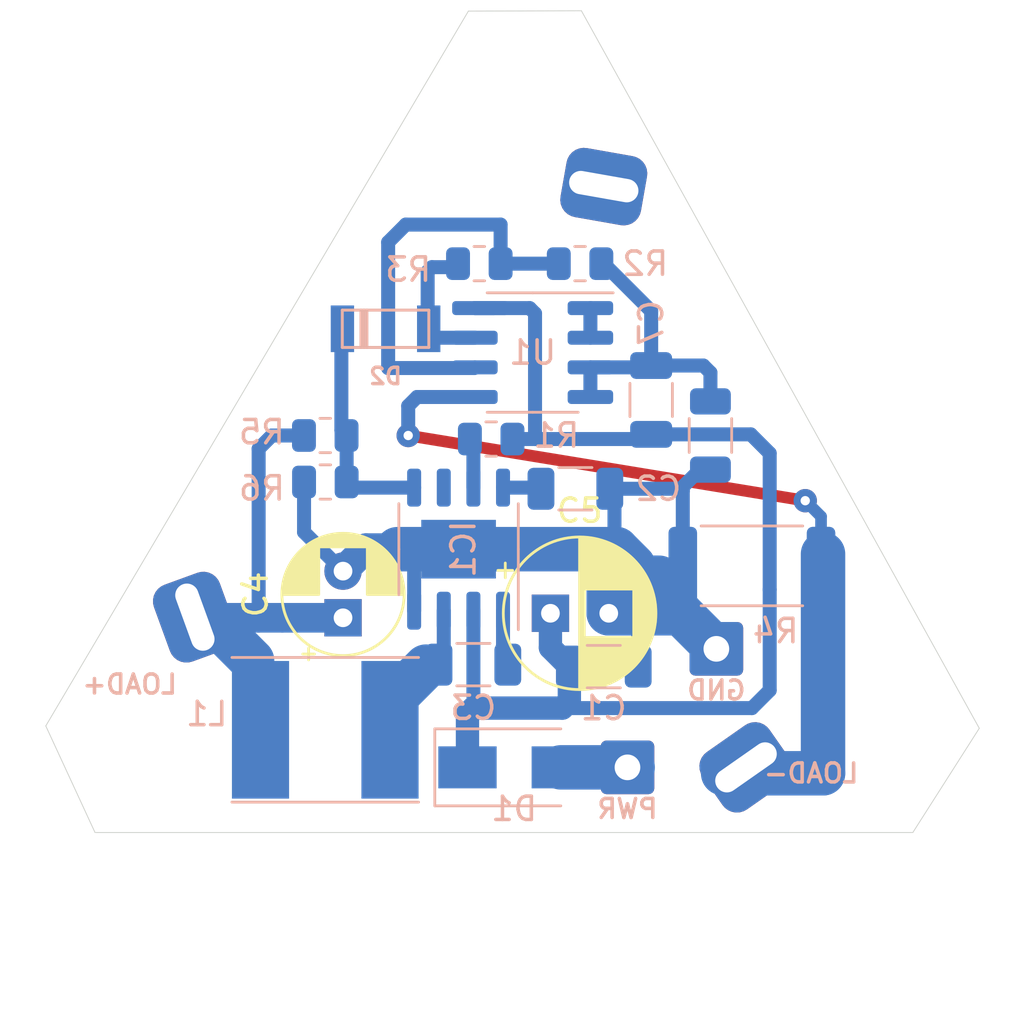
<source format=kicad_pcb>
(kicad_pcb (version 20211014) (generator pcbnew)
  (title_block (rev "1"))
  (layers (0 "F.Cu" signal "Front") (1 "In1.Cu" signal) (2 "In2.Cu" signal) (31 "B.Cu" signal "Back") (34 "B.Paste" user) (35 "F.Paste" user) (36 "B.SilkS" user "B.Silkscreen") (37 "F.SilkS" user "F.Silkscreen") (38 "B.Mask" user) (39 "F.Mask" user) (44 "Edge.Cuts" user))
  (net 0 "")
  (net 1 "V_IN")
  (net 2 "GND")
  (net 3 "Net-(C2-Pad1)")
  (net 4 "Net-(C3-Pad1)")
  (net 5 "Net-(C3-Pad2)")
  (net 7 "Net-(IC1-Pad7)")
  (net 8 "LOAD+")
  (net 9 "Feedback")
  (net 10 "PWR_IN")
  (net 11 "LOAD-")
  (net 12 "Net-(R2-Pad1)")
  (net 13 "Net-(U1-Pad1)")
  (net 15 "Net-(D2-Pad2)")
  (footprint "Capacitor_THT:CP_Radial_D5.0mm_P2.00mm" (layer "F.Cu") (at 138.684 132.527113 90)
    (fp_text reference "C4" (at 1 -3.75 90) (layer "F.SilkS"))
    (fp_text value "100uF")
    (fp_line (start 2.961 1.04) (end 2.961 1.699) (layer "F.SilkS") (width 0.12))
    (fp_line (start 2.561 -2.065) (end 2.561 -1.04) (layer "F.SilkS") (width 0.12))
    (fp_line (start 1.4 -2.55) (end 1.4 -1.04) (layer "F.SilkS") (width 0.12))
    (fp_line (start 3.521 -0.677) (end 3.521 0.677) (layer "F.SilkS") (width 0.12))
    (fp_line (start 1.921 -2.414) (end 1.921 -1.04) (layer "F.SilkS") (width 0.12))
    (fp_line (start 2.081 1.04) (end 2.081 2.348) (layer "F.SilkS") (width 0.12))
    (fp_line (start 1.801 1.04) (end 1.801 2.455) (layer "F.SilkS") (width 0.12))
    (fp_line (start 1.881 -2.428) (end 1.881 -1.04) (layer "F.SilkS") (width 0.12))
    (fp_line (start 2.921 1.04) (end 2.921 1.743) (layer "F.SilkS") (width 0.12))
    (fp_line (start 2.241 1.04) (end 2.241 2.268) (layer "F.SilkS") (width 0.12))
    (fp_line (start 1.761 -2.468) (end 1.761 -1.04) (layer "F.SilkS") (width 0.12))
    (fp_line (start 3.121 -1.5) (end 3.121 1.5) (layer "F.SilkS") (width 0.12))
    (fp_line (start 1.921 1.04) (end 1.921 2.414) (layer "F.SilkS") (width 0.12))
    (fp_line (start 1 1.04) (end 1 2.58) (layer "F.SilkS") (width 0.12))
    (fp_line (start 2.321 1.04) (end 2.321 2.224) (layer "F.SilkS") (width 0.12))
    (fp_line (start 2.721 1.04) (end 2.721 1.937) (layer "F.SilkS") (width 0.12))
    (fp_line (start 2.721 -1.937) (end 2.721 -1.04) (layer "F.SilkS") (width 0.12))
    (fp_line (start 1.841 1.04) (end 1.841 2.442) (layer "F.SilkS") (width 0.12))
    (fp_line (start 1.16 -2.576) (end 1.16 -1.04) (layer "F.SilkS") (width 0.12))
    (fp_line (start 1.881 1.04) (end 1.881 2.428) (layer "F.SilkS") (width 0.12))
    (fp_line (start 1.36 1.04) (end 1.36 2.556) (layer "F.SilkS") (width 0.12))
    (fp_line (start 3.081 -1.554) (end 3.081 1.554) (layer "F.SilkS") (width 0.12))
    (fp_line (start 2.481 -2.122) (end 2.481 -1.04) (layer "F.SilkS") (width 0.12))
    (fp_line (start 1 -2.58) (end 1 -1.04) (layer "F.SilkS") (width 0.12))
    (fp_line (start 1.24 1.04) (end 1.24 2.569) (layer "F.SilkS") (width 0.12))
    (fp_line (start 2.481 1.04) (end 2.481 2.122) (layer "F.SilkS") (width 0.12))
    (fp_line (start -1.804775 -1.475) (end -1.304775 -1.475) (layer "F.SilkS") (width 0.12))
    (fp_line (start 1.721 -2.48) (end 1.721 -1.04) (layer "F.SilkS") (width 0.12))
    (fp_line (start 2.761 -1.901) (end 2.761 -1.04) (layer "F.SilkS") (width 0.12))
    (fp_line (start -1.554775 -1.725) (end -1.554775 -1.225) (layer "F.SilkS") (width 0.12))
    (fp_line (start 1.52 1.04) (end 1.52 2.528) (layer "F.SilkS") (width 0.12))
    (fp_line (start 2.681 1.04) (end 2.681 1.971) (layer "F.SilkS") (width 0.12))
    (fp_line (start 1.32 1.04) (end 1.32 2.561) (layer "F.SilkS") (width 0.12))
    (fp_line (start 2.921 -1.743) (end 2.921 -1.04) (layer "F.SilkS") (width 0.12))
    (fp_line (start 2.281 -2.247) (end 2.281 -1.04) (layer "F.SilkS") (width 0.12))
    (fp_line (start 2.081 -2.348) (end 2.081 -1.04) (layer "F.SilkS") (width 0.12))
    (fp_line (start 2.841 -1.826) (end 2.841 -1.04) (layer "F.SilkS") (width 0.12))
    (fp_line (start 1.841 -2.442) (end 1.841 -1.04) (layer "F.SilkS") (width 0.12))
    (fp_line (start 2.041 1.04) (end 2.041 2.365) (layer "F.SilkS") (width 0.12))
    (fp_line (start 2.681 -1.971) (end 2.681 -1.04) (layer "F.SilkS") (width 0.12))
    (fp_line (start 1.44 -2.543) (end 1.44 -1.04) (layer "F.SilkS") (width 0.12))
    (fp_line (start 2.001 1.04) (end 2.001 2.382) (layer "F.SilkS") (width 0.12))
    (fp_line (start 3.441 -0.915) (end 3.441 0.915) (layer "F.SilkS") (width 0.12))
    (fp_line (start 2.441 -2.149) (end 2.441 -1.04) (layer "F.SilkS") (width 0.12))
    (fp_line (start 1.28 1.04) (end 1.28 2.565) (layer "F.SilkS") (width 0.12))
    (fp_line (start 2.801 -1.864) (end 2.801 -1.04) (layer "F.SilkS") (width 0.12))
    (fp_line (start 2.601 1.04) (end 2.601 2.035) (layer "F.SilkS") (width 0.12))
    (fp_line (start 1.64 1.04) (end 1.64 2.501) (layer "F.SilkS") (width 0.12))
    (fp_line (start 1.2 -2.573) (end 1.2 -1.04) (layer "F.SilkS") (width 0.12))
    (fp_line (start 2.361 -2.2) (end 2.361 -1.04) (layer "F.SilkS") (width 0.12))
    (fp_line (start 2.001 -2.382) (end 2.001 -1.04) (layer "F.SilkS") (width 0.12))
    (fp_line (start 1.64 -2.501) (end 1.64 -1.04) (layer "F.SilkS") (width 0.12))
    (fp_line (start 3.561 -0.518) (end 3.561 0.518) (layer "F.SilkS") (width 0.12))
    (fp_line (start 3.001 -1.653) (end 3.001 -1.04) (layer "F.SilkS") (width 0.12))
    (fp_line (start 1.16 1.04) (end 1.16 2.576) (layer "F.SilkS") (width 0.12))
    (fp_line (start 2.361 1.04) (end 2.361 2.2) (layer "F.SilkS") (width 0.12))
    (fp_line (start 1.6 -2.511) (end 1.6 -1.04) (layer "F.SilkS") (width 0.12))
    (fp_line (start 3.321 -1.178) (end 3.321 1.178) (layer "F.SilkS") (width 0.12))
    (fp_line (start 2.601 -2.035) (end 2.601 -1.04) (layer "F.SilkS") (width 0.12))
    (fp_line (start 3.281 -1.251) (end 3.281 1.251) (layer "F.SilkS") (width 0.12))
    (fp_line (start 2.801 1.04) (end 2.801 1.864) (layer "F.SilkS") (width 0.12))
    (fp_line (start 2.201 1.04) (end 2.201 2.29) (layer "F.SilkS") (width 0.12))
    (fp_line (start 2.881 -1.785) (end 2.881 -1.04) (layer "F.SilkS") (width 0.12))
    (fp_line (start 1.56 -2.52) (end 1.56 -1.04) (layer "F.SilkS") (width 0.12))
    (fp_line (start 3.401 -1.011) (end 3.401 1.011) (layer "F.SilkS") (width 0.12))
    (fp_line (start 2.201 -2.29) (end 2.201 -1.04) (layer "F.SilkS") (width 0.12))
    (fp_line (start 2.761 1.04) (end 2.761 1.901) (layer "F.SilkS") (width 0.12))
    (fp_line (start 1.08 1.04) (end 1.08 2.579) (layer "F.SilkS") (width 0.12))
    (fp_line (start 3.601 -0.284) (end 3.601 0.284) (layer "F.SilkS") (width 0.12))
    (fp_line (start 2.161 1.04) (end 2.161 2.31) (layer "F.SilkS") (width 0.12))
    (fp_line (start 1.08 -2.579) (end 1.08 -1.04) (layer "F.SilkS") (width 0.12))
    (fp_line (start 1.04 1.04) (end 1.04 2.58) (layer "F.SilkS") (width 0.12))
    (fp_line (start 1.801 -2.455) (end 1.801 -1.04) (layer "F.SilkS") (width 0.12))
    (fp_line (start 1.04 -2.58) (end 1.04 -1.04) (layer "F.SilkS") (width 0.12))
    (fp_line (start 1.961 1.04) (end 1.961 2.398) (layer "F.SilkS") (width 0.12))
    (fp_line (start 1.961 -2.398) (end 1.961 -1.04) (layer "F.SilkS") (width 0.12))
    (fp_line (start 3.161 -1.443) (end 3.161 1.443) (layer "F.SilkS") (width 0.12))
    (fp_line (start 1.32 -2.561) (end 1.32 -1.04) (layer "F.SilkS") (width 0.12))
    (fp_line (start 1.28 -2.565) (end 1.28 -1.04) (layer "F.SilkS") (width 0.12))
    (fp_line (start 1.68 -2.491) (end 1.68 -1.04) (layer "F.SilkS") (width 0.12))
    (fp_line (start 1.52 -2.528) (end 1.52 -1.04) (layer "F.SilkS") (width 0.12))
    (fp_line (start 2.441 1.04) (end 2.441 2.149) (layer "F.SilkS") (width 0.12))
    (fp_line (start 3.361 -1.098) (end 3.361 1.098) (layer "F.SilkS") (width 0.12))
    (fp_line (start 2.241 -2.268) (end 2.241 -1.04) (layer "F.SilkS") (width 0.12))
    (fp_line (start 2.521 1.04) (end 2.521 2.095) (layer "F.SilkS") (width 0.12))
    (fp_line (start 2.641 -2.004) (end 2.641 -1.04) (layer "F.SilkS") (width 0.12))
    (fp_line (start 2.561 1.04) (end 2.561 2.065) (layer "F.SilkS") (width 0.12))
    (fp_line (start 1.4 1.04) (end 1.4 2.55) (layer "F.SilkS") (width 0.12))
    (fp_line (start 1.2 1.04) (end 1.2 2.573) (layer "F.SilkS") (width 0.12))
    (fp_line (start 1.6 1.04) (end 1.6 2.511) (layer "F.SilkS") (width 0.12))
    (fp_line (start 2.041 -2.365) (end 2.041 -1.04) (layer "F.SilkS") (width 0.12))
    (fp_line (start 2.161 -2.31) (end 2.161 -1.04) (layer "F.SilkS") (width 0.12))
    (fp_line (start 2.281 1.04) (end 2.281 2.247) (layer "F.SilkS") (width 0.12))
    (fp_line (start 2.641 1.04) (end 2.641 2.004) (layer "F.SilkS") (width 0.12))
    (fp_line (start 1.48 1.04) (end 1.48 2.536) (layer "F.SilkS") (width 0.12))
    (fp_line (start 3.041 -1.605) (end 3.041 1.605) (layer "F.SilkS") (width 0.12))
    (fp_line (start 2.121 1.04) (end 2.121 2.329) (layer "F.SilkS") (width 0.12))
    (fp_line (start 1.68 1.04) (end 1.68 2.491) (layer "F.SilkS") (width 0.12))
    (fp_line (start 3.001 1.04) (end 3.001 1.653) (layer "F.SilkS") (width 0.12))
    (fp_line (start 1.24 -2.569) (end 1.24 -1.04) (layer "F.SilkS") (width 0.12))
    (fp_line (start 1.12 1.04) (end 1.12 2.578) (layer "F.SilkS") (width 0.12))
    (fp_line (start 2.841 1.04) (end 2.841 1.826) (layer "F.SilkS") (width 0.12))
    (fp_line (start 1.36 -2.556) (end 1.36 -1.04) (layer "F.SilkS") (width 0.12))
    (fp_line (start 2.401 -2.175) (end 2.401 -1.04) (layer "F.SilkS") (width 0.12))
    (fp_line (start 3.241 -1.319) (end 3.241 1.319) (layer "F.SilkS") (width 0.12))
    (fp_line (start 1.44 1.04) (end 1.44 2.543) (layer "F.SilkS") (width 0.12))
    (fp_line (start 2.961 -1.699) (end 2.961 -1.04) (layer "F.SilkS") (width 0.12))
    (fp_line (start 1.761 1.04) (end 1.761 2.468) (layer "F.SilkS") (width 0.12))
    (fp_line (start 1.721 1.04) (end 1.721 2.48) (layer "F.SilkS") (width 0.12))
    (fp_line (start 1.12 -2.578) (end 1.12 -1.04) (layer "F.SilkS") (width 0.12))
    (fp_line (start 1.48 -2.536) (end 1.48 -1.04) (layer "F.SilkS") (width 0.12))
    (fp_line (start 2.521 -2.095) (end 2.521 -1.04) (layer "F.SilkS") (width 0.12))
    (fp_line (start 3.481 -0.805) (end 3.481 0.805) (layer "F.SilkS") (width 0.12))
    (fp_line (start 2.881 1.04) (end 2.881 1.785) (layer "F.SilkS") (width 0.12))
    (fp_line (start 2.401 1.04) (end 2.401 2.175) (layer "F.SilkS") (width 0.12))
    (fp_line (start 1.56 1.04) (end 1.56 2.52) (layer "F.SilkS") (width 0.12))
    (fp_line (start 2.121 -2.329) (end 2.121 -1.04) (layer "F.SilkS") (width 0.12))
    (fp_line (start 3.201 -1.383) (end 3.201 1.383) (layer "F.SilkS") (width 0.12))
    (fp_line (start 2.321 -2.224) (end 2.321 -1.04) (layer "F.SilkS") (width 0.12))
    (fp_circle (center 1 0) (end 3.62 0) (layer "F.SilkS") (width 0.12) (fill none))
    (pad "1" thru_hole rect locked (at 0 0 90) (size 1.6 1.6) (drill 0.8) (layers *.Cu *.Mask) (net 8 "LOAD+"))
    (pad "2" thru_hole circle locked (at 2 0 90) (size 1.6 1.6) (drill 0.8) (layers *.Cu *.Mask) (net 2 "GND"))
  )
  (footprint "Connector_Wire:SolderWire-0.5sqmm_1x01_D0.9mm_OD2.3mm" (layer "F.Cu") (at 150.876 138.938 180)
    (fp_text reference "J1" hide)
    (fp_text value "LOAD+" hide)
    (pad "1" thru_hole roundrect locked (at 0 0 180) (size 2.3 2.3) (drill 1.1) (layers *.Cu *.Mask) (roundrect_rratio 0.108696) (net 10 "PWR_IN"))
  )
  (footprint "!my-kicad-library:SolderWire-slot" (layer "F.Cu") (at 149.86 114.046)
    (fp_text reference "J5" hide)
    (fp_text value "support" hide)
    (pad "1" thru_hole roundrect (at 0 0 80) (size 3 3.5) (drill oval 1 3) (layers *.Cu *.Mask))
  )
  (footprint "Capacitor_THT:CP_Radial_D6.3mm_P2.50mm" (layer "F.Cu") (at 147.574 132.334)
    (fp_text reference "C5" (at 1.25 -4.4) (layer "F.SilkS"))
    (fp_text value "100uF")
    (fp_line (start 3.211 1.04) (end 3.211 2.578) (layer "F.SilkS") (width 0.12))
    (fp_line (start 2.331 -3.047) (end 2.331 -1.04) (layer "F.SilkS") (width 0.12))
    (fp_line (start 2.291 -3.061) (end 2.291 -1.04) (layer "F.SilkS") (width 0.12))
    (fp_line (start 3.491 -2.343) (end 3.491 -1.04) (layer "F.SilkS") (width 0.12))
    (fp_line (start 2.971 -2.742) (end 2.971 -1.04) (layer "F.SilkS") (width 0.12))
    (fp_line (start 4.291 -1.165) (end 4.291 1.165) (layer "F.SilkS") (width 0.12))
    (fp_line (start 1.971 1.04) (end 1.971 3.15) (layer "F.SilkS") (width 0.12))
    (fp_line (start 1.93 1.04) (end 1.93 3.159) (layer "F.SilkS") (width 0.12))
    (fp_line (start 3.811 -1.995) (end 3.811 1.995) (layer "F.SilkS") (width 0.12))
    (fp_line (start 4.091 -1.581) (end 4.091 1.581) (layer "F.SilkS") (width 0.12))
    (fp_line (start 1.53 -3.218) (end 1.53 -1.04) (layer "F.SilkS") (width 0.12))
    (fp_line (start 2.211 1.04) (end 2.211 3.086) (layer "F.SilkS") (width 0.12))
    (fp_line (start 3.771 -2.044) (end 3.771 2.044) (layer "F.SilkS") (width 0.12))
    (fp_line (start 4.051 -1.65) (end 4.051 1.65) (layer "F.SilkS") (width 0.12))
    (fp_line (start 4.451 -0.633) (end 4.451 0.633) (layer "F.SilkS") (width 0.12))
    (fp_line (start 1.69 1.04) (end 1.69 3.201) (layer "F.SilkS") (width 0.12))
    (fp_line (start 2.771 -2.856) (end 2.771 -1.04) (layer "F.SilkS") (width 0.12))
    (fp_line (start 2.571 -2.952) (end 2.571 -1.04) (layer "F.SilkS") (width 0.12))
    (fp_line (start 2.691 -2.896) (end 2.691 -1.04) (layer "F.SilkS") (width 0.12))
    (fp_line (start 3.411 1.04) (end 3.411 2.416) (layer "F.SilkS") (width 0.12))
    (fp_line (start 2.411 1.04) (end 2.411 3.018) (layer "F.SilkS") (width 0.12))
    (fp_line (start 1.77 1.04) (end 1.77 3.189) (layer "F.SilkS") (width 0.12))
    (fp_line (start 2.971 1.04) (end 2.971 2.742) (layer "F.SilkS") (width 0.12))
    (fp_line (start 2.011 -3.141) (end 2.011 -1.04) (layer "F.SilkS") (width 0.12))
    (fp_line (start 1.85 1.04) (end 1.85 3.175) (layer "F.SilkS") (width 0.12))
    (fp_line (start 2.651 1.04) (end 2.651 2.916) (layer "F.SilkS") (width 0.12))
    (fp_line (start 3.251 1.04) (end 3.251 2.548) (layer "F.SilkS") (width 0.12))
    (fp_line (start 2.211 -3.086) (end 2.211 -1.04) (layer "F.SilkS") (width 0.12))
    (fp_line (start 2.171 -3.098) (end 2.171 -1.04) (layer "F.SilkS") (width 0.12))
    (fp_line (start 4.131 -1.509) (end 4.131 1.509) (layer "F.SilkS") (width 0.12))
    (fp_line (start 1.41 -3.227) (end 1.41 3.227) (layer "F.SilkS") (width 0.12))
    (fp_line (start 3.171 1.04) (end 3.171 2.607) (layer "F.SilkS") (width 0.12))
    (fp_line (start 1.93 -3.159) (end 1.93 -1.04) (layer "F.SilkS") (width 0.12))
    (fp_line (start 1.85 -3.175) (end 1.85 -1.04) (layer "F.SilkS") (width 0.12))
    (fp_line (start 2.611 1.04) (end 2.611 2.934) (layer "F.SilkS") (width 0.12))
    (fp_line (start 2.251 -3.074) (end 2.251 -1.04) (layer "F.SilkS") (width 0.12))
    (fp_line (start 4.371 -0.94) (end 4.371 0.94) (layer "F.SilkS") (width 0.12))
    (fp_line (start 2.931 1.04) (end 2.931 2.766) (layer "F.SilkS") (width 0.12))
    (fp_line (start 3.011 -2.716) (end 3.011 -1.04) (layer "F.SilkS") (width 0.12))
    (fp_line (start 2.691 1.04) (end 2.691 2.896) (layer "F.SilkS") (width 0.12))
    (fp_line (start 2.771 1.04) (end 2.771 2.856) (layer "F.SilkS") (width 0.12))
    (fp_line (start 2.371 -3.033) (end 2.371 -1.04) (layer "F.SilkS") (width 0.12))
    (fp_line (start 2.731 -2.876) (end 2.731 -1.04) (layer "F.SilkS") (width 0.12))
    (fp_line (start 2.851 -2.812) (end 2.851 -1.04) (layer "F.SilkS") (width 0.12))
    (fp_line (start 2.891 -2.79) (end 2.891 -1.04) (layer "F.SilkS") (width 0.12))
    (fp_line (start 1.37 -3.228) (end 1.37 3.228) (layer "F.SilkS") (width 0.12))
    (fp_line (start 1.89 -3.167) (end 1.89 -1.04) (layer "F.SilkS") (width 0.12))
    (fp_line (start 2.491 -2.986) (end 2.491 -1.04) (layer "F.SilkS") (width 0.12))
    (fp_line (start 3.731 -2.092) (end 3.731 2.092) (layer "F.SilkS") (width 0.12))
    (fp_line (start 3.331 1.04) (end 3.331 2.484) (layer "F.SilkS") (width 0.12))
    (fp_line (start 2.611 -2.934) (end 2.611 -1.04) (layer "F.SilkS") (width 0.12))
    (fp_line (start 1.29 -3.23) (end 1.29 3.23) (layer "F.SilkS") (width 0.12))
    (fp_line (start 2.931 -2.766) (end 2.931 -1.04) (layer "F.SilkS") (width 0.12))
    (fp_line (start 4.331 -1.059) (end 4.331 1.059) (layer "F.SilkS") (width 0.12))
    (fp_line (start 3.411 -2.416) (end 3.411 -1.04) (layer "F.SilkS") (width 0.12))
    (fp_line (start 3.571 -2.265) (end 3.571 2.265) (layer "F.SilkS") (width 0.12))
    (fp_line (start 2.571 1.04) (end 2.571 2.952) (layer "F.SilkS") (width 0.12))
    (fp_line (start 1.81 1.04) (end 1.81 3.182) (layer "F.SilkS") (width 0.12))
    (fp_line (start 4.491 -0.402) (end 4.491 0.402) (layer "F.SilkS") (width 0.12))
    (fp_line (start 3.291 1.04) (end 3.291 2.516) (layer "F.SilkS") (width 0.12))
    (fp_line (start 2.451 1.04) (end 2.451 3.002) (layer "F.SilkS") (width 0.12))
    (fp_line (start -1.935241 -2.154) (end -1.935241 -1.524) (layer "F.SilkS") (width 0.12))
    (fp_line (start 1.69 -3.201) (end 1.69 -1.04) (layer "F.SilkS") (width 0.12))
    (fp_line (start 3.331 -2.484) (end 3.331 -1.04) (layer "F.SilkS") (width 0.12))
    (fp_line (start 2.331 1.04) (end 2.331 3.047) (layer "F.SilkS") (width 0.12))
    (fp_line (start 3.971 -1.776) (end 3.971 1.776) (layer "F.SilkS") (width 0.12))
    (fp_line (start 1.73 -3.195) (end 1.73 -1.04) (layer "F.SilkS") (width 0.12))
    (fp_line (start 1.53 1.04) (end 1.53 3.218) (layer "F.SilkS") (width 0.12))
    (fp_line (start 2.531 -2.97) (end 2.531 -1.04) (layer "F.SilkS") (width 0.12))
    (fp_line (start 1.57 1.04) (end 1.57 3.215) (layer "F.SilkS") (width 0.12))
    (fp_line (start 3.171 -2.607) (end 3.171 -1.04) (layer "F.SilkS") (width 0.12))
    (fp_line (start 2.371 1.04) (end 2.371 3.033) (layer "F.SilkS") (width 0.12))
    (fp_line (start 3.051 -2.69) (end 3.051 -1.04) (layer "F.SilkS") (width 0.12))
    (fp_line (start 2.171 1.04) (end 2.171 3.098) (layer "F.SilkS") (width 0.12))
    (fp_line (start 4.171 -1.432) (end 4.171 1.432) (layer "F.SilkS") (width 0.12))
    (fp_line (start 1.81 -3.182) (end 1.81 -1.04) (layer "F.SilkS") (width 0.12))
    (fp_line (start 1.77 -3.189) (end 1.77 -1.04) (layer "F.SilkS") (width 0.12))
    (fp_line (start 3.211 -2.578) (end 3.211 -1.04) (layer "F.SilkS") (width 0.12))
    (fp_line (start 2.851 1.04) (end 2.851 2.812) (layer "F.SilkS") (width 0.12))
    (fp_line (start 2.291 1.04) (end 2.291 3.061) (layer "F.SilkS") (width 0.12))
    (fp_line (start 3.531 -2.305) (end 3.531 -1.04) (layer "F.SilkS") (width 0.12))
    (fp_line (start 3.851 -1.944) (end 3.851 1.944) (layer "F.SilkS") (width 0.12))
    (fp_line (start 1.49 -3.222) (end 1.49 -1.04) (layer "F.SilkS") (width 0.12))
    (fp_line (start 3.011 1.04) (end 3.011 2.716) (layer "F.SilkS") (width 0.12))
    (fp_line (start 3.451 -2.38) (end 3.451 -1.04) (layer "F.SilkS") (width 0.12))
    (fp_line (start 2.811 -2.834) (end 2.811 -1.04) (layer "F.SilkS") (width 0.12))
    (fp_line (start 2.531 1.04) (end 2.531 2.97) (layer "F.SilkS") (width 0.12))
    (fp_line (start 3.691 -2.137) (end 3.691 2.137) (layer "F.SilkS") (width 0.12))
    (fp_line (start 2.411 -3.018) (end 2.411 -1.04) (layer "F.SilkS") (width 0.12))
    (fp_line (start 1.65 -3.206) (end 1.65 -1.04) (layer "F.SilkS") (width 0.12))
    (fp_line (start 3.451 1.04) (end 3.451 2.38) (layer "F.SilkS") (width 0.12))
    (fp_line (start 1.65 1.04) (end 1.65 3.206) (layer "F.SilkS") (width 0.12))
    (fp_line (start 1.971 -3.15) (end 1.971 -1.04) (layer "F.SilkS") (width 0.12))
    (fp_line (start 3.051 1.04) (end 3.051 2.69) (layer "F.SilkS") (width 0.12))
    (fp_line (start -2.250241 -1.839) (end -1.620241 -1.839) (layer "F.SilkS") (width 0.12))
    (fp_line (start 3.531 1.04) (end 3.531 2.305) (layer "F.SilkS") (width 0.12))
    (fp_line (start 3.371 1.04) (end 3.371 2.45) (layer "F.SilkS") (width 0.12))
    (fp_line (start 2.131 1.04) (end 2.131 3.11) (layer "F.SilkS") (width 0.12))
    (fp_line (start 2.131 -3.11) (end 2.131 -1.04) (layer "F.SilkS") (width 0.12))
    (fp_line (start 1.45 -3.224) (end 1.45 3.224) (layer "F.SilkS") (width 0.12))
    (fp_line (start 2.651 -2.916) (end 2.651 -1.04) (layer "F.SilkS") (width 0.12))
    (fp_line (start 3.131 -2.636) (end 3.131 -1.04) (layer "F.SilkS") (width 0.12))
    (fp_line (start 2.451 -3.002) (end 2.451 -1.04) (layer "F.SilkS") (width 0.12))
    (fp_line (start 3.131 1.04) (end 3.131 2.636) (layer "F.SilkS") (width 0.12))
    (fp_line (start 1.33 -3.23) (end 1.33 3.23) (layer "F.SilkS") (width 0.12))
    (fp_line (start 1.25 -3.23) (end 1.25 3.23) (layer "F.SilkS") (width 0.12))
    (fp_line (start 2.091 -3.121) (end 2.091 -1.04) (layer "F.SilkS") (width 0.12))
    (fp_line (start 2.251 1.04) (end 2.251 3.074) (layer "F.SilkS") (width 0.12))
    (fp_line (start 2.731 1.04) (end 2.731 2.876) (layer "F.SilkS") (width 0.12))
    (fp_line (start 3.251 -2.548) (end 3.251 -1.04) (layer "F.SilkS") (width 0.12))
    (fp_line (start 2.051 -3.131) (end 2.051 -1.04) (layer "F.SilkS") (width 0.12))
    (fp_line (start 2.011 1.04) (end 2.011 3.141) (layer "F.SilkS") (width 0.12))
    (fp_line (start 2.891 1.04) (end 2.891 2.79) (layer "F.SilkS") (width 0.12))
    (fp_line (start 2.051 1.04) (end 2.051 3.131) (layer "F.SilkS") (width 0.12))
    (fp_line (start 1.73 1.04) (end 1.73 3.195) (layer "F.SilkS") (width 0.12))
    (fp_line (start 1.61 1.04) (end 1.61 3.211) (layer "F.SilkS") (width 0.12))
    (fp_line (start 3.491 1.04) (end 3.491 2.343) (layer "F.SilkS") (width 0.12))
    (fp_line (start 1.61 -3.211) (end 1.61 -1.04) (layer "F.SilkS") (width 0.12))
    (fp_line (start 2.811 1.04) (end 2.811 2.834) (layer "F.SilkS") (width 0.12))
    (fp_line (start 1.49 1.04) (end 1.49 3.222) (layer "F.SilkS") (width 0.12))
    (fp_line (start 3.611 -2.224) (end 3.611 2.224) (layer "F.SilkS") (width 0.12))
    (fp_line (start 3.891 -1.89) (end 3.891 1.89) (layer "F.SilkS") (width 0.12))
    (fp_line (start 3.931 -1.834) (end 3.931 1.834) (layer "F.SilkS") (width 0.12))
    (fp_line (start 4.411 -0.802) (end 4.411 0.802) (layer "F.SilkS") (width 0.12))
    (fp_line (start 3.371 -2.45) (end 3.371 -1.04) (layer "F.SilkS") (width 0.12))
    (fp_line (start 1.57 -3.215) (end 1.57 -1.04) (layer "F.SilkS") (width 0.12))
    (fp_line (start 4.011 -1.714) (end 4.011 1.714) (layer "F.SilkS") (width 0.12))
    (fp_line (start 3.291 -2.516) (end 3.291 -1.04) (layer "F.SilkS") (width 0.12))
    (fp_line (start 2.091 1.04) (end 2.091 3.121) (layer "F.SilkS") (width 0.12))
    (fp_line (start 2.491 1.04) (end 2.491 2.986) (layer "F.SilkS") (width 0.12))
    (fp_line (start 3.091 -2.664) (end 3.091 -1.04) (layer "F.SilkS") (width 0.12))
    (fp_line (start 4.211 -1.35) (end 4.211 1.35) (layer "F.SilkS") (width 0.12))
    (fp_line (start 3.091 1.04) (end 3.091 2.664) (layer "F.SilkS") (width 0.12))
    (fp_line (start 4.251 -1.262) (end 4.251 1.262) (layer "F.SilkS") (width 0.12))
    (fp_line (start 3.651 -2.182) (end 3.651 2.182) (layer "F.SilkS") (width 0.12))
    (fp_line (start 1.89 1.04) (end 1.89 3.167) (layer "F.SilkS") (width 0.12))
    (fp_circle (center 1.25 0) (end 4.52 0) (layer "F.SilkS") (width 0.12) (fill none))
    (pad "1" thru_hole rect locked (at 0 0) (size 1.6 1.6) (drill 0.8) (layers *.Cu *.Mask) (net 1 "V_IN"))
    (pad "2" thru_hole circle locked (at 2.5 0) (size 1.6 1.6) (drill 0.8) (layers *.Cu *.Mask) (net 2 "GND"))
  )
  (footprint "!my-kicad-library:SolderWire-slot" (layer "B.Cu") (at 155.956 138.938 180)
    (fp_text reference "J4" hide)
    (fp_text value "LOAD-" hide)
    (pad "1" thru_hole roundrect (at 0 0 125) (size 3 3.5) (drill oval 1 3) (layers *.Cu *.Mask) (net 11 "LOAD-"))
  )
  (footprint "MountingHole:MountingHole_2.2mm_M2" (layer "B.Cu") (at 131.318 137.922 180)
    (fp_text reference "H3" hide)
    (fp_text value "MountingHole" hide)
    (pad "" np_thru_hole circle locked (at 0 0 180) (size 2.2 2.2) (drill 2.2) (layers *.Cu *.Mask))
  )
  (footprint "Capacitor_SMD:C_1206_3216Metric" (layer "B.Cu") (at 148.643463 126.997151)
    (fp_text reference "C2" (at 3.556 0) (layer "B.SilkS") (effects (justify mirror)))
    (fp_text value "100nF")
    (fp_line (start -0.711252 0.91) (end 0.711252 0.91) (layer "B.SilkS") (width 0.12))
    (fp_line (start -0.711252 -0.91) (end 0.711252 -0.91) (layer "B.SilkS") (width 0.12))
    (pad "1" smd roundrect locked (at -1.475 0) (size 1.15 1.8) (layers "B.Cu" "B.Paste" "B.Mask") (roundrect_rratio 0.217391) (net 3 "Net-(C2-Pad1)"))
    (pad "2" smd roundrect locked (at 1.475 0) (size 1.15 1.8) (layers "B.Cu" "B.Paste" "B.Mask") (roundrect_rratio 0.217391) (net 2 "GND"))
  )
  (footprint "MountingHole:MountingHole_2.2mm_M2" (layer "B.Cu") (at 145.288 109.982 180)
    (fp_text reference "H2" hide)
    (fp_text value "MountingHole" hide)
    (pad "" np_thru_hole circle locked (at 0 0 180) (size 2.2 2.2) (drill 2.2) (layers *.Cu *.Mask))
  )
  (footprint "Package_SO:SOIC-8-1EP_3.9x4.9mm_P1.27mm_EP2.514x3.2mm" (layer "B.Cu") (at 143.637 129.58575 90)
    (fp_text reference "IC1" (at 0 0.204 90) (layer "B.SilkS") (effects (justify mirror)))
    (fp_text value "FR9888SPGTR" hide)
    (fp_line (start 0 2.56) (end 1.95 2.56) (layer "B.SilkS") (width 0.12))
    (fp_line (start 0 -2.56) (end -1.95 -2.56) (layer "B.SilkS") (width 0.12))
    (fp_line (start 0 -2.56) (end 1.95 -2.56) (layer "B.SilkS") (width 0.12))
    (fp_line (start 0 2.56) (end -3.45 2.56) (layer "B.SilkS") (width 0.12))
    (pad "1" smd roundrect locked (at -2.6375 1.905 90) (size 1.625 0.6) (layers "B.Cu" "B.Paste" "B.Mask") (net 5 "Net-(C3-Pad2)"))
    (pad "2" smd roundrect locked (at -2.6375 0.635 90) (size 1.625 0.6) (layers "B.Cu" "B.Paste" "B.Mask") (net 1 "V_IN"))
    (pad "3" smd roundrect locked (at -2.6375 -0.635 90) (size 1.625 0.6) (layers "B.Cu" "B.Paste" "B.Mask") (net 4 "Net-(C3-Pad1)"))
    (pad "4" smd roundrect locked (at -2.6375 -1.905 90) (size 1.625 0.6) (layers "B.Cu" "B.Paste" "B.Mask") (net 2 "GND"))
    (pad "5" smd roundrect locked (at 2.6375 -1.905 90) (size 1.625 0.6) (layers "B.Cu" "B.Paste" "B.Mask") (net 9 "Feedback"))
    (pad "6" smd roundrect locked (at 2.6375 -0.635 90) (size 1.625 0.6) (layers "B.Cu" "B.Paste" "B.Mask"))
    (pad "7" smd roundrect locked (at 2.6375 0.635 90) (size 1.625 0.6) (layers "B.Cu" "B.Paste" "B.Mask") (net 7 "Net-(IC1-Pad7)"))
    (pad "8" smd roundrect locked (at 2.6375 1.905 90) (size 1.625 0.6) (layers "B.Cu" "B.Paste" "B.Mask") (net 3 "Net-(C2-Pad1)"))
    (pad "9" smd rect locked (at 0 0 90) (size 2.514 3.2) (layers "B.Cu" "B.Mask"))
  )
  (footprint "MountingHole:MountingHole_2.2mm_M2" (layer "B.Cu") (at 162.56 136.144 180)
    (fp_text reference "H1" hide)
    (fp_text value "MountingHole" hide)
    (pad "" np_thru_hole circle locked (at 0 0 180) (size 2.2 2.2) (drill 2.2) (layers *.Cu *.Mask))
  )
  (footprint "Capacitor_SMD:C_1206_3216Metric" (layer "B.Cu") (at 151.892 123.19 90)
    (fp_text reference "C7" (at 3.302 0 90) (layer "B.SilkS") (effects (justify mirror)))
    (fp_text value "100n")
    (fp_line (start -0.711252 -0.91) (end 0.711252 -0.91) (layer "B.SilkS") (width 0.12))
    (fp_line (start -0.711252 0.91) (end 0.711252 0.91) (layer "B.SilkS") (width 0.12))
    (pad "1" smd roundrect locked (at -1.475 0 90) (size 1.15 1.8) (layers "B.Cu" "B.Paste" "B.Mask") (roundrect_rratio 0.217391) (net 1 "V_IN"))
    (pad "2" smd roundrect locked (at 1.475 0 90) (size 1.15 1.8) (layers "B.Cu" "B.Paste" "B.Mask") (roundrect_rratio 0.217391) (net 2 "GND"))
  )
  (footprint "Resistor_SMD:R_0805_2012Metric" (layer "B.Cu") (at 137.922 124.714 180)
    (fp_text reference "R5" (at 2.719941 0.143488) (layer "B.SilkS") (effects (justify mirror)))
    (fp_text value "91k")
    (fp_line (start -0.227064 -0.735) (end 0.227064 -0.735) (layer "B.SilkS") (width 0.12))
    (fp_line (start -0.227064 0.735) (end 0.227064 0.735) (layer "B.SilkS") (width 0.12))
    (pad "1" smd roundrect locked (at -0.9125 0 180) (size 1.025 1.4) (layers "B.Cu" "B.Paste" "B.Mask") (roundrect_rratio 0.243902) (net 9 "Feedback"))
    (pad "2" smd roundrect locked (at 0.9125 0 180) (size 1.025 1.4) (layers "B.Cu" "B.Paste" "B.Mask") (roundrect_rratio 0.243902) (net 8 "LOAD+"))
  )
  (footprint "Diode_SMD:D_SMA" (layer "B.Cu") (at 146.018 138.938)
    (fp_text reference "D1" (at 0 1.778) (layer "B.SilkS") (effects (justify mirror)))
    (fp_text value "MBRA340T3G")
    (fp_line (start -3.4 1.65) (end -3.4 -1.65) (layer "B.SilkS") (width 0.12))
    (fp_line (start -3.4 1.65) (end 2 1.65) (layer "B.SilkS") (width 0.12))
    (fp_line (start -3.4 -1.65) (end 2 -1.65) (layer "B.SilkS") (width 0.12))
    (pad "1" smd rect locked (at -2 0) (size 2.5 1.8) (layers "B.Cu" "B.Paste" "B.Mask") (net 1 "V_IN"))
    (pad "2" smd rect locked (at 2 0) (size 2.5 1.8) (layers "B.Cu" "B.Paste" "B.Mask") (net 10 "PWR_IN"))
  )
  (footprint "Package_SO:SOIC-8_3.9x4.9mm_P1.27mm" (layer "B.Cu") (at 146.812 121.158 180)
    (fp_text reference "U1" (at 0 0) (layer "B.SilkS") (effects (justify mirror)))
    (fp_text value "LM358")
    (fp_line (start 0 -2.56) (end 1.95 -2.56) (layer "B.SilkS") (width 0.12))
    (fp_line (start 0 2.56) (end -3.45 2.56) (layer "B.SilkS") (width 0.12))
    (fp_line (start 0 2.56) (end 1.95 2.56) (layer "B.SilkS") (width 0.12))
    (fp_line (start 0 -2.56) (end -1.95 -2.56) (layer "B.SilkS") (width 0.12))
    (pad "1" smd roundrect locked (at -2.475 1.905 180) (size 1.95 0.6) (layers "B.Cu" "B.Paste" "B.Mask") (net 13 "Net-(U1-Pad1)"))
    (pad "2" smd roundrect locked (at -2.475 0.635 180) (size 1.95 0.6) (layers "B.Cu" "B.Paste" "B.Mask") (net 13 "Net-(U1-Pad1)"))
    (pad "3" smd roundrect locked (at -2.475 -0.635 180) (size 1.95 0.6) (layers "B.Cu" "B.Paste" "B.Mask") (net 2 "GND"))
    (pad "4" smd roundrect locked (at -2.475 -1.905 180) (size 1.95 0.6) (layers "B.Cu" "B.Paste" "B.Mask") (net 2 "GND"))
    (pad "5" smd roundrect locked (at 2.475 -1.905 180) (size 1.95 0.6) (layers "B.Cu" "B.Paste" "B.Mask") (net 11 "LOAD-"))
    (pad "6" smd roundrect locked (at 2.475 -0.635 180) (size 1.95 0.6) (layers "B.Cu" "B.Paste" "B.Mask") (net 12 "Net-(R2-Pad1)"))
    (pad "7" smd roundrect locked (at 2.475 0.635 180) (size 1.95 0.6) (layers "B.Cu" "B.Paste" "B.Mask") (net 15 "Net-(D2-Pad2)"))
    (pad "8" smd roundrect locked (at 2.475 1.905 180) (size 1.95 0.6) (layers "B.Cu" "B.Paste" "B.Mask") (net 1 "V_IN"))
  )
  (footprint "!my-kicad-library:SolderWire-slot" (layer "B.Cu") (at 132.334 132.5 180)
    (fp_text reference "J3" hide)
    (fp_text value "LOAD+" hide)
    (pad "1" thru_hole roundrect (at 0 0 20) (size 3 3.5) (drill oval 1 3) (layers *.Cu *.Mask) (net 8 "LOAD+"))
  )
  (footprint "Resistor_SMD:R_0805_2012Metric" (layer "B.Cu") (at 145.034 124.865616 180)
    (fp_text reference "R1" (at -2.794 0.151616) (layer "B.SilkS") (effects (justify mirror)))
    (fp_text value "100k")
    (fp_line (start -0.227064 -0.735) (end 0.227064 -0.735) (layer "B.SilkS") (width 0.12))
    (fp_line (start -0.227064 0.735) (end 0.227064 0.735) (layer "B.SilkS") (width 0.12))
    (pad "1" smd roundrect locked (at -0.9125 0 180) (size 1.025 1.4) (layers "B.Cu" "B.Paste" "B.Mask") (roundrect_rratio 0.243902) (net 1 "V_IN"))
    (pad "2" smd roundrect locked (at 0.9125 0 180) (size 1.025 1.4) (layers "B.Cu" "B.Paste" "B.Mask") (roundrect_rratio 0.243902) (net 7 "Net-(IC1-Pad7)"))
  )
  (footprint "Resistor_SMD:R_0805_2012Metric" (layer "B.Cu") (at 144.526 117.348 180)
    (fp_text reference "R3" (at 3.048 -0.254) (layer "B.SilkS") (effects (justify mirror)))
    (fp_text value "43k")
    (fp_line (start -0.227064 0.735) (end 0.227064 0.735) (layer "B.SilkS") (width 0.12))
    (fp_line (start -0.227064 -0.735) (end 0.227064 -0.735) (layer "B.SilkS") (width 0.12))
    (pad "1" smd roundrect locked (at -0.9125 0 180) (size 1.025 1.4) (layers "B.Cu" "B.Paste" "B.Mask") (roundrect_rratio 0.243902) (net 12 "Net-(R2-Pad1)"))
    (pad "2" smd roundrect locked (at 0.9125 0 180) (size 1.025 1.4) (layers "B.Cu" "B.Paste" "B.Mask") (roundrect_rratio 0.243902) (net 15 "Net-(D2-Pad2)"))
  )
  (footprint "Capacitor_SMD:C_1206_3216Metric" (layer "B.Cu") (at 149.86 134.62)
    (fp_text reference "C1" (at 0 1.778) (layer "B.SilkS") (effects (justify mirror)))
    (fp_text value "100n")
    (fp_line (start -0.711252 -0.91) (end 0.711252 -0.91) (layer "B.SilkS") (width 0.12))
    (fp_line (start -0.711252 0.91) (end 0.711252 0.91) (layer "B.SilkS") (width 0.12))
    (pad "1" smd roundrect locked (at -1.475 0) (size 1.15 1.8) (layers "B.Cu" "B.Paste" "B.Mask") (roundrect_rratio 0.217391) (net 1 "V_IN"))
    (pad "2" smd roundrect locked (at 1.475 0) (size 1.15 1.8) (layers "B.Cu" "B.Paste" "B.Mask") (roundrect_rratio 0.217391) (net 2 "GND"))
  )
  (footprint "Inductor_SMD:L_Taiyo-Yuden_NR-60xx_HandSoldering" (layer "B.Cu") (at 137.922 137.328 180)
    (fp_text reference "L1" (at 5.08 0.676) (layer "B.SilkS") (effects (justify mirror)))
    (fp_text value "100uH")
    (fp_line (start -4 -3.1) (end 4 -3.1) (layer "B.SilkS") (width 0.12))
    (fp_line (start -4 3.1) (end 4 3.1) (layer "B.SilkS") (width 0.12))
    (pad "1" smd rect locked (at -2.775 0 180) (size 2.45 5.9) (layers "B.Cu" "B.Paste" "B.Mask") (net 4 "Net-(C3-Pad1)"))
    (pad "2" smd rect locked (at 2.775 0 180) (size 2.45 5.9) (layers "B.Cu" "B.Paste" "B.Mask") (net 8 "LOAD+"))
  )
  (footprint "!my-kicad-library:D_4148_SMD" (layer "B.Cu") (at 140.506951 120.13963 180)
    (fp_text reference "D2" (at 0 -2.032) (layer "B.SilkS") (effects (font (size 0.70104 0.70104) (thickness 0.14986)) (justify mirror)))
    (fp_text value "1N4148" hide)
    (fp_line (start 0.9271 -0.8001) (end 0.9271 0.8001) (layer "B.SilkS") (width 0.127))
    (fp_line (start 0.8001 0.8001) (end 0.8001 -0.8001) (layer "B.SilkS") (width 0.127))
    (fp_line (start -1.8542 0.8001) (end -1.8542 -0.8001) (layer "B.SilkS") (width 0.127))
    (fp_line (start 1.8542 -0.8001) (end 1.8542 0.8001) (layer "B.SilkS") (width 0.127))
    (fp_line (start -1.8542 -0.8001) (end 1.8542 -0.8001) (layer "B.SilkS") (width 0.127))
    (fp_line (start 1.0541 0.8001) (end 1.0541 -0.8001) (layer "B.SilkS") (width 0.127))
    (fp_line (start 1.8542 0.8001) (end -1.8542 0.8001) (layer "B.SilkS") (width 0.127))
    (pad "1" smd rect (at 1.84912 0 180) (size 1.00076 1.99898) (layers "B.Cu" "B.Paste" "B.Mask") (net 9 "Feedback"))
    (pad "2" smd rect (at -1.84912 0 180) (size 1.00076 1.99898) (layers "B.Cu" "B.Paste" "B.Mask") (net 15 "Net-(D2-Pad2)"))
  )
  (footprint "Resistor_SMD:R_1206_3216Metric" (layer "B.Cu") (at 154.432 124.714 -90)
    (fp_text reference "REF**" hide)
    (fp_text value "R_1206_3216Metric")
    (fp_line (start -0.727064 0.91) (end 0.727064 0.91) (layer "B.SilkS") (width 0.12))
    (fp_line (start -0.727064 -0.91) (end 0.727064 -0.91) (layer "B.SilkS") (width 0.12))
    (pad "1" smd roundrect locked (at -1.4625 0 270) (size 1.125 1.75) (layers "B.Cu" "B.Paste" "B.Mask") (roundrect_rratio 0.222222) (net 2 "GND"))
    (pad "2" smd roundrect locked (at 1.4625 0 270) (size 1.125 1.75) (layers "B.Cu" "B.Paste" "B.Mask") (roundrect_rratio 0.222222) (net 2 "GND"))
  )
  (footprint "Capacitor_SMD:C_1206_3216Metric" (layer "B.Cu") (at 144.272 134.535603)
    (fp_text reference "C3" (at 0 1.85) (layer "B.SilkS") (effects (justify mirror)))
    (fp_text value "100nF")
    (fp_line (start -0.711252 0.91) (end 0.711252 0.91) (layer "B.SilkS") (width 0.12))
    (fp_line (start -0.711252 -0.91) (end 0.711252 -0.91) (layer "B.SilkS") (width 0.12))
    (pad "1" smd roundrect locked (at -1.475 0) (size 1.15 1.8) (layers "B.Cu" "B.Paste" "B.Mask") (roundrect_rratio 0.217391) (net 4 "Net-(C3-Pad1)"))
    (pad "2" smd roundrect locked (at 1.475 0) (size 1.15 1.8) (layers "B.Cu" "B.Paste" "B.Mask") (roundrect_rratio 0.217391) (net 5 "Net-(C3-Pad2)"))
  )
  (footprint "Resistor_SMD:R_2512_6332Metric" (layer "B.Cu") (at 156.21 130.302)
    (fp_text reference "R4" (at 1.016 2.794) (layer "B.SilkS") (effects (justify mirror)))
    (fp_text value "100m")
    (fp_line (start -2.177064 1.71) (end 2.177064 1.71) (layer "B.SilkS") (width 0.12))
    (fp_line (start -2.177064 -1.71) (end 2.177064 -1.71) (layer "B.SilkS") (width 0.12))
    (pad "1" smd roundrect locked (at -2.9625 0) (size 1.225 3.35) (layers "B.Cu" "B.Paste" "B.Mask") (roundrect_rratio 0.204082) (net 2 "GND"))
    (pad "2" smd roundrect locked (at 2.9625 0) (size 1.225 3.35) (layers "B.Cu" "B.Paste" "B.Mask") (roundrect_rratio 0.204082) (net 11 "LOAD-"))
  )
  (footprint "Resistor_SMD:R_0805_2012Metric" (layer "B.Cu") (at 137.925904 126.706628)
    (fp_text reference "R6" (at -2.719941 0.275135) (layer "B.SilkS") (effects (justify mirror)))
    (fp_text value "15k")
    (fp_line (start -0.227064 -0.735) (end 0.227064 -0.735) (layer "B.SilkS") (width 0.12))
    (fp_line (start -0.227064 0.735) (end 0.227064 0.735) (layer "B.SilkS") (width 0.12))
    (pad "1" smd roundrect locked (at -0.9125 0) (size 1.025 1.4) (layers "B.Cu" "B.Paste" "B.Mask") (roundrect_rratio 0.243902) (net 2 "GND"))
    (pad "2" smd roundrect locked (at 0.9125 0) (size 1.025 1.4) (layers "B.Cu" "B.Paste" "B.Mask") (roundrect_rratio 0.243902) (net 9 "Feedback"))
  )
  (footprint "Connector_Wire:SolderWire-0.5sqmm_1x01_D0.9mm_OD2.3mm" (layer "B.Cu") (at 154.686 133.858 180)
    (fp_text reference "J2" hide)
    (fp_text value "LOAD+")
    (pad "1" thru_hole roundrect locked (at 0 0 180) (size 2.3 2.3) (drill 1.1) (layers *.Cu *.Mask) (roundrect_rratio 0.108696) (net 2 "GND"))
  )
  (footprint "Resistor_SMD:R_0805_2012Metric" (layer "B.Cu") (at 148.844 117.348)
    (fp_text reference "R2" (at 2.794 0) (layer "B.SilkS") (effects (justify mirror)))
    (fp_text value "560")
    (fp_line (start -0.227064 0.735) (end 0.227064 0.735) (layer "B.SilkS") (width 0.12))
    (fp_line (start -0.227064 -0.735) (end 0.227064 -0.735) (layer "B.SilkS") (width 0.12))
    (pad "1" smd roundrect locked (at -0.9125 0) (size 1.025 1.4) (layers "B.Cu" "B.Paste" "B.Mask") (roundrect_rratio 0.243902) (net 12 "Net-(R2-Pad1)"))
    (pad "2" smd roundrect locked (at 0.9125 0) (size 1.025 1.4) (layers "B.Cu" "B.Paste" "B.Mask") (roundrect_rratio 0.243902) (net 2 "GND"))
  )
  (gr_line (start 125.943104 137.162435) (end 128.054301 141.732) (layer "Edge.Cuts") (width 0.0381))
  (gr_line (start 163.106301 141.732) (end 128.054301 141.732) (layer "Edge.Cuts") (width 0.0381))
  (gr_line (start 148.900705 106.507895) (end 144.056897 106.523622) (layer "Edge.Cuts") (width 0.0381))
  (gr_line (start 165.955814 137.263096) (end 148.900705 106.507895) (layer "Edge.Cuts") (width 0.0381))
  (gr_line (start 144.056897 106.523622) (end 125.943104 137.162435) (layer "Edge.Cuts") (width 0.0381))
  (gr_line (start 163.106301 141.732) (end 165.955814 137.263096) (layer "Edge.Cuts") (width 0.0381))
  (gr_text "GND" (at 154.686 135.636) (layer "B.SilkS") (effects (font (size 0.8128 0.8128) (thickness 0.1524)) (justify mirror)))
  (gr_text "PWR" (at 150.876 140.716) (layer "B.SilkS") (effects (font (size 0.8128 0.8128) (thickness 0.1524)) (justify mirror)))
  (gr_text "LOAD-" (at 158.75 139.192) (layer "B.SilkS") (effects (font (size 0.8128 0.8128) (thickness 0.1524)) (justify mirror)))
  (gr_text "LOAD+" (at 129.54 135.382) (layer "B.SilkS") (effects (font (size 0.8128 0.8128) (thickness 0.1524)) (justify mirror)))
  (segment (start 156.161 124.665) (end 156.972 125.476) (width 0.6) (layer "B.Cu") (net 1))
  (segment (start 145.620252 119.253) (end 144.337 119.253) (width 0.6) (layer "B.Cu") (net 1))
  (segment (start 148.385 136.095) (end 148.082 136.398) (width 1) (layer "B.Cu") (net 1))
  (segment (start 151.691384 124.865616) (end 151.892 124.665) (width 0.6) (layer "B.Cu") (net 1))
  (segment (start 144.272 135.89) (end 144.272 132.22325) (width 0.6) (layer "B.Cu") (net 1))
  (segment (start 144.526 136.144) (end 144.272 135.89) (width 0.6) (layer "B.Cu") (net 1))
  (segment (start 156.972 125.476) (end 156.972 131.318) (width 0.6) (layer "B.Cu") (net 1))
  (segment (start 147.574 133.809) (end 148.385 134.62) (width 1) (layer "B.Cu") (net 1))
  (segment (start 144.272 136.398) (end 144.78 136.398) (width 1) (layer "B.Cu") (net 1))
  (segment (start 144.018 136.652) (end 144.018 138.938) (width 1) (layer "B.Cu") (net 1))
  (segment (start 146.914384 124.865616) (end 151.691384 124.865616) (width 0.6) (layer "B.Cu") (net 1))
  (segment (start 156.21 136.398) (end 148.082 136.398) (width 0.6) (layer "B.Cu") (net 1))
  (segment (start 148.082 136.398) (end 144.78 136.398) (width 1) (layer "B.Cu") (net 1))
  (segment (start 146.152626 124.865616) (end 146.914384 124.865616) (width 0.6) (layer "B.Cu") (net 1))
  (segment (start 146.685 119.253) (end 146.914384 119.482384) (width 0.6) (layer "B.Cu") (net 1))
  (segment (start 147.574 132.334) (end 147.574 133.809) (width 1) (layer "B.Cu") (net 1))
  (segment (start 148.385 134.493759) (end 148.385 136.095) (width 1) (layer "B.Cu") (net 1))
  (segment (start 144.337 119.253) (end 146.685 119.253) (width 0.6) (layer "B.Cu") (net 1))
  (segment (start 144.272 136.398) (end 144.018 136.652) (width 1) (layer "B.Cu") (net 1))
  (segment (start 156.972 131.318) (end 156.972 135.636) (width 0.6) (layer "B.Cu") (net 1))
  (segment (start 146.914384 119.482384) (end 146.914384 124.865616) (width 0.6) (layer "B.Cu") (net 1))
  (segment (start 151.892 124.665) (end 156.161 124.665) (width 0.6) (layer "B.Cu") (net 1))
  (segment (start 156.972 135.636) (end 156.21 136.398) (width 0.6) (layer "B.Cu") (net 1))
  (segment (start 144.78 136.398) (end 144.526 136.144) (width 0.6) (layer "B.Cu") (net 1))
  (segment (start 153.9855 126.1765) (end 153.162 127) (width 0.6) (layer "B.Cu") (net 2))
  (segment (start 150.41375 129.58575) (end 151.13 130.302) (width 1.905) (layer "B.Cu") (net 2))
  (segment (start 137.013404 128.856517) (end 138.684 130.527113) (width 0.6) (layer "B.Cu") (net 2))
  (segment (start 153.162 127) (end 153.2475 127.0855) (width 0.6) (layer "B.Cu") (net 2))
  (segment (start 138.684 130.527113) (end 139.671113 129.54) (width 1.27) (layer "B.Cu") (net 2))
  (segment (start 137.013404 126.706628) (end 137.013404 128.856517) (width 0.6) (layer "B.Cu") (net 2))
  (segment (start 139.671113 129.54) (end 140.97 129.54) (width 1.27) (layer "B.Cu") (net 2))
  (segment (start 154.432 126.1765) (end 153.9855 126.1765) (width 0.6) (layer "B.Cu") (net 2))
  (segment (start 151.511 121.793) (end 151.638 121.666) (width 0.6) (layer "B.Cu") (net 2))
  (segment (start 141.732 130.302) (end 141.01575 129.58575) (width 0.6) (layer "B.Cu") (net 2))
  (segment (start 141.732 132.22325) (end 141.732 130.302) (width 0.6) (layer "B.Cu") (net 2))
  (segment (start 140.97 129.54) (end 141.01575 129.58575) (width 1.27) (layer "B.Cu") (net 2))
  (segment (start 149.287 121.793) (end 149.287 123.063) (width 0.6) (layer "B.Cu") (net 2))
  (segment (start 150.0105 117.4985) (end 151.892 119.38) (width 0.6) (layer "B.Cu") (net 2))
  (segment (start 153.162 132.334) (end 154.686 133.858) (width 1.905) (layer "B.Cu") (net 2))
  (segment (start 151.892 121.715) (end 154.129 121.715) (width 0.6) (layer "B.Cu") (net 2))
  (segment (start 150.319 127) (end 150.319 129.491) (width 0.6) (layer "B.Cu") (net 2))
  (segment (start 153.2475 127.0855) (end 153.2475 130.302) (width 0.6) (layer "B.Cu") (net 2))
  (segment (start 150.118463 126.997151) (end 153.159151 126.997151) (width 0.6) (layer "B.Cu") (net 2))
  (segment (start 149.287 121.793) (end 151.511 121.793) (width 0.6) (layer "B.Cu") (net 2))
  (segment (start 151.892 119.38) (end 151.892 121.715) (width 0.6) (layer "B.Cu") (net 2))
  (segment (start 143.637 129.58575) (end 150.41375 129.58575) (width 1.905) (layer "B.Cu") (net 2))
  (segment (start 151.13 130.81) (end 152.2315 130.81) (width 1.905) (layer "B.Cu") (net 2))
  (segment (start 141.01575 129.58575) (end 143.637 129.58575) (width 1.905) (layer "B.Cu") (net 2))
  (segment (start 150.41375 129.58575) (end 150.074 129.9255) (width 1.905) (layer "B.Cu") (net 2))
  (segment (start 154.432 122.018) (end 154.432 123.2515) (width 0.6) (layer "B.Cu") (net 2))
  (segment (start 153.159151 126.997151) (end 153.162 127) (width 0.6) (layer "B.Cu") (net 2))
  (segment (start 150.074 132.334) (end 153.162 132.334) (width 1.905) (layer "B.Cu") (net 2))
  (segment (start 154.129 121.715) (end 154.432 122.018) (width 0.6) (layer "B.Cu") (net 2))
  (segment (start 150.074 129.9255) (end 150.074 132.334) (width 1.905) (layer "B.Cu") (net 2))
  (segment (start 151.335 134.493759) (end 151.335 133.145) (width 0.6) (layer "B.Cu") (net 2))
  (segment (start 145.542 126.94825) (end 147.31725 126.94825) (width 0.6) (layer "B.Cu") (net 3))
  (segment (start 143.002 132.22325) (end 143.002 134.486603) (width 0.6) (layer "B.Cu") (net 4))
  (segment (start 140.697 136.163) (end 142.24 134.62) (width 1.905) (layer "B.Cu") (net 4))
  (segment (start 145.542 132.22325) (end 145.542 133.755778) (width 0.6) (layer "B.Cu") (net 5))
  (segment (start 145.542 133.755778) (end 145.526581 133.771197) (width 0.6) (layer "B.Cu") (net 5))
  (segment (start 144.272 126.94825) (end 144.272 124.8175) (width 0.6) (layer "B.Cu") (net 7))
  (segment (start 135.636 124.714) (end 135.067113 125.282887) (width 0.6) (layer "B.Cu") (net 8))
  (segment (start 135.067113 125.282887) (end 135.067113 132.527113) (width 0.6) (layer "B.Cu") (net 8))
  (segment (start 137.0095 124.714) (end 135.636 124.714) (width 0.6) (layer "B.Cu") (net 8))
  (segment (start 138.684 132.527113) (end 136.083113 132.527113) (width 1.27) (layer "B.Cu") (net 8))
  (segment (start 136.083113 132.527113) (end 135.067113 132.527113) (width 1.27) (layer "B.Cu") (net 8))
  (segment (start 134.786301 134.366) (end 132.500301 132.08) (width 1.905) (layer "B.Cu") (net 8))
  (segment (start 135.067113 132.527113) (end 131.811414 132.527113) (width 1.27) (layer "B.Cu") (net 8))
  (segment (start 138.838404 126.706628) (end 138.838404 124.717904) (width 0.6) (layer "B.Cu") (net 9))
  (segment (start 141.732 126.94825) (end 139.080026 126.94825) (width 0.6) (layer "B.Cu") (net 9))
  (segment (start 138.9315 124.811) (end 138.8345 124.714) (width 0.6) (layer "B.Cu") (net 9))
  (segment (start 138.838404 124.717904) (end 138.8345 124.714) (width 0.6) (layer "B.Cu") (net 9))
  (segment (start 139.080026 126.94825) (end 138.838404 126.706628) (width 0.6) (layer "B.Cu") (net 9))
  (segment (start 138.61288 120.396) (end 138.61288 124.49238) (width 0.6) (layer "B.Cu") (net 9))
  (segment (start 138.938 124.6105) (end 138.8345 124.714) (width 0.6) (layer "B.Cu") (net 9))
  (segment (start 138.61288 124.49238) (end 138.8345 124.714) (width 0.6) (layer "B.Cu") (net 9))
  (segment (start 151.098 138.938) (end 148.018 138.938) (width 1.905) (layer "B.Cu") (net 10))
  (segment (start 141.478 124.714) (end 158.496 127.508) (width 0.5) (layer "F.Cu") (net 11))
  (via (at 141.478 124.714) (size 1) (drill 0.4) (layers "F.Cu" "B.Cu") (net 11))
  (via (at 158.496 127.508) (size 1) (drill 0.4) (layers "F.Cu" "B.Cu") (net 11))
  (segment (start 141.859 123.063) (end 141.478 123.444) (width 0.6) (layer "B.Cu") (net 11))
  (segment (start 159.258 139.192) (end 154.976301 139.192) (width 1.905) (layer "B.Cu") (net 11))
  (segment (start 159.258 129.794) (end 159.258 139.192) (width 1.905) (layer "B.Cu") (net 11))
  (segment (start 159.1725 128.1845) (end 159.1725 130.302) (width 0.5) (layer "B.Cu") (net 11))
  (segment (start 158.496 127.508) (end 159.1725 128.1845) (width 0.5) (layer "B.Cu") (net 11))
  (segment (start 141.478 123.444) (end 141.478 124.714) (width 0.6) (layer "B.Cu") (net 11))
  (segment (start 144.337 123.063) (end 141.859 123.063) (width 0.6) (layer "B.Cu") (net 11))
  (segment (start 145.4385 117.348) (end 147.9315 117.348) (width 0.6) (layer "B.Cu") (net 12))
  (segment (start 145.4385 117.348) (end 145.4385 115.6735) (width 0.6) (layer "B.Cu") (net 12))
  (segment (start 140.618001 116.429999) (end 140.618001 121.822001) (width 0.6) (layer "B.Cu") (net 12))
  (segment (start 140.618001 121.822001) (end 144.307999 121.822001) (width 0.6) (layer "B.Cu") (net 12))
  (segment (start 145.4385 115.6735) (end 141.3745 115.6735) (width 0.6) (layer "B.Cu") (net 12))
  (segment (start 141.3745 115.6735) (end 140.618001 116.429999) (width 0.6) (layer "B.Cu") (net 12))
  (segment (start 144.307999 121.822001) (end 144.337 121.793) (width 0.6) (layer "B.Cu") (net 12))
  (segment (start 149.287 119.253) (end 149.287 120.523) (width 0.6) (layer "B.Cu") (net 13))
  (segment (start 142.31112 120.396) (end 142.31112 117.68138) (width 0.6) (layer "B.Cu") (net 15))
  (segment (start 144.337 120.523) (end 142.43812 120.523) (width 0.6) (layer "B.Cu") (net 15))
  (segment (start 143.463 117.4985) (end 143.6135 117.348) (width 0.6) (layer "B.Cu") (net 15))
  (segment (start 142.494 117.4985) (end 143.463 117.4985) (width 0.6) (layer "B.Cu") (net 15))
  (segment (start 142.31112 117.68138) (end 142.494 117.4985) (width 0.6) (layer "B.Cu") (net 15))
  (segment (start 142.43812 120.523) (end 142.31112 120.396) (width 0.6) (layer "B.Cu") (net 15))
)
</source>
